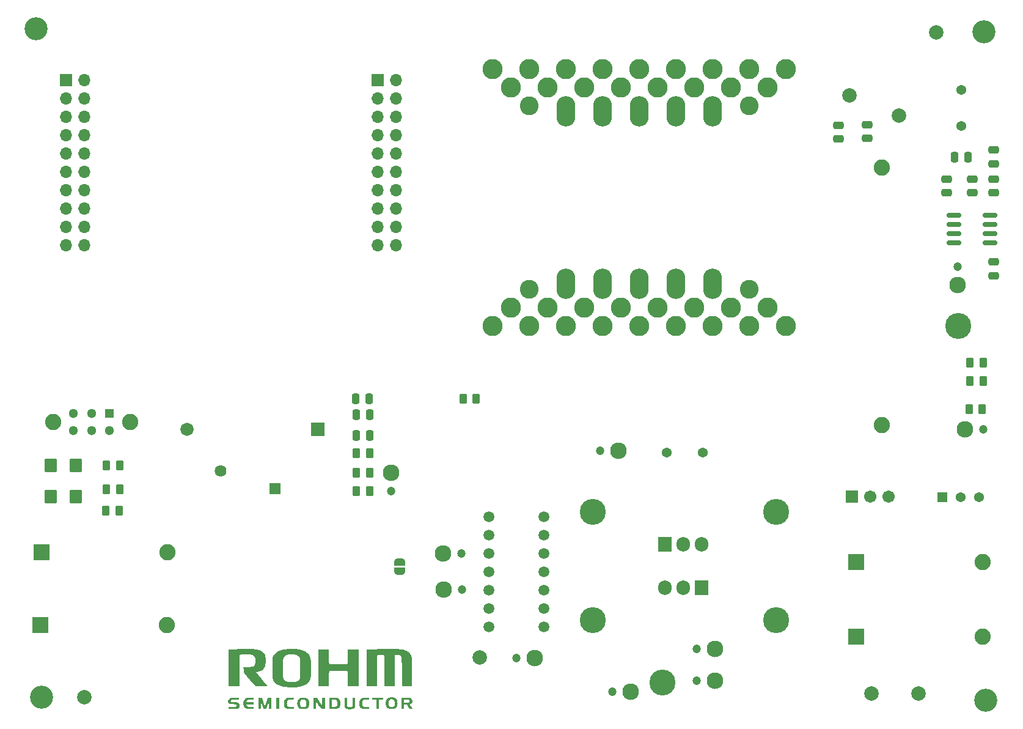
<source format=gts>
%TF.GenerationSoftware,KiCad,Pcbnew,8.0.5*%
%TF.CreationDate,2024-10-11T09:15:34-05:00*%
%TF.ProjectId,Lab2_starter,4c616232-5f73-4746-9172-7465722e6b69,1*%
%TF.SameCoordinates,Original*%
%TF.FileFunction,Soldermask,Top*%
%TF.FilePolarity,Negative*%
%FSLAX46Y46*%
G04 Gerber Fmt 4.6, Leading zero omitted, Abs format (unit mm)*
G04 Created by KiCad (PCBNEW 8.0.5) date 2024-10-11 09:15:34*
%MOMM*%
%LPD*%
G01*
G04 APERTURE LIST*
G04 Aperture macros list*
%AMRoundRect*
0 Rectangle with rounded corners*
0 $1 Rounding radius*
0 $2 $3 $4 $5 $6 $7 $8 $9 X,Y pos of 4 corners*
0 Add a 4 corners polygon primitive as box body*
4,1,4,$2,$3,$4,$5,$6,$7,$8,$9,$2,$3,0*
0 Add four circle primitives for the rounded corners*
1,1,$1+$1,$2,$3*
1,1,$1+$1,$4,$5*
1,1,$1+$1,$6,$7*
1,1,$1+$1,$8,$9*
0 Add four rect primitives between the rounded corners*
20,1,$1+$1,$2,$3,$4,$5,0*
20,1,$1+$1,$4,$5,$6,$7,0*
20,1,$1+$1,$6,$7,$8,$9,0*
20,1,$1+$1,$8,$9,$2,$3,0*%
%AMFreePoly0*
4,1,19,0.500000,-0.750000,0.000000,-0.750000,0.000000,-0.744911,-0.071157,-0.744911,-0.207708,-0.704816,-0.327430,-0.627875,-0.420627,-0.520320,-0.479746,-0.390866,-0.500000,-0.250000,-0.500000,0.250000,-0.479746,0.390866,-0.420627,0.520320,-0.327430,0.627875,-0.207708,0.704816,-0.071157,0.744911,0.000000,0.744911,0.000000,0.750000,0.500000,0.750000,0.500000,-0.750000,0.500000,-0.750000,
$1*%
%AMFreePoly1*
4,1,19,0.000000,0.744911,0.071157,0.744911,0.207708,0.704816,0.327430,0.627875,0.420627,0.520320,0.479746,0.390866,0.500000,0.250000,0.500000,-0.250000,0.479746,-0.390866,0.420627,-0.520320,0.327430,-0.627875,0.207708,-0.704816,0.071157,-0.744911,0.000000,-0.744911,0.000000,-0.750000,-0.500000,-0.750000,-0.500000,0.750000,0.000000,0.750000,0.000000,0.744911,0.000000,0.744911,
$1*%
G04 Aperture macros list end*
%ADD10C,0.000000*%
%ADD11C,2.000000*%
%ADD12C,2.300000*%
%ADD13C,1.200000*%
%ADD14RoundRect,0.250000X0.262500X0.450000X-0.262500X0.450000X-0.262500X-0.450000X0.262500X-0.450000X0*%
%ADD15RoundRect,0.250000X0.475000X-0.250000X0.475000X0.250000X-0.475000X0.250000X-0.475000X-0.250000X0*%
%ADD16C,3.600000*%
%ADD17C,2.800000*%
%ADD18C,2.600000*%
%ADD19O,2.600000X4.200000*%
%ADD20R,1.625600X1.625600*%
%ADD21C,1.625600*%
%ADD22C,3.200000*%
%ADD23RoundRect,0.102000X0.750000X0.800000X-0.750000X0.800000X-0.750000X-0.800000X0.750000X-0.800000X0*%
%ADD24C,2.250000*%
%ADD25RoundRect,0.250000X-0.475000X0.250000X-0.475000X-0.250000X0.475000X-0.250000X0.475000X0.250000X0*%
%ADD26RoundRect,0.250000X-0.262500X-0.450000X0.262500X-0.450000X0.262500X0.450000X-0.262500X0.450000X0*%
%ADD27R,1.828800X1.828800*%
%ADD28C,1.828800*%
%ADD29RoundRect,0.250000X-0.250000X-0.475000X0.250000X-0.475000X0.250000X0.475000X-0.250000X0.475000X0*%
%ADD30R,1.905000X2.000000*%
%ADD31O,1.905000X2.000000*%
%ADD32R,2.250000X2.250000*%
%ADD33FreePoly0,270.000000*%
%ADD34FreePoly1,270.000000*%
%ADD35RoundRect,0.250000X0.250000X0.475000X-0.250000X0.475000X-0.250000X-0.475000X0.250000X-0.475000X0*%
%ADD36RoundRect,0.102000X-0.754000X-0.754000X0.754000X-0.754000X0.754000X0.754000X-0.754000X0.754000X0*%
%ADD37C,1.712000*%
%ADD38RoundRect,0.150000X-0.825000X-0.150000X0.825000X-0.150000X0.825000X0.150000X-0.825000X0.150000X0*%
%ADD39R,1.700000X1.700000*%
%ADD40O,1.700000X1.700000*%
%ADD41C,1.371600*%
%ADD42R,1.371600X1.371600*%
%ADD43R,1.300000X1.300000*%
%ADD44C,1.300000*%
%ADD45C,1.507998*%
G04 APERTURE END LIST*
D10*
%TO.C,G\u002A\u002A\u002A*%
G36*
X56035945Y-135634302D02*
G01*
X56035945Y-136396462D01*
X55835376Y-136396462D01*
X55634808Y-136396462D01*
X55634808Y-135634302D01*
X55634808Y-134872141D01*
X55835376Y-134872141D01*
X56035945Y-134872141D01*
X56035945Y-135634302D01*
G37*
G36*
X70396652Y-135008528D02*
G01*
X70396652Y-135144915D01*
X70115856Y-135144915D01*
X69835060Y-135144915D01*
X69835060Y-135778711D01*
X69835060Y-136412508D01*
X69658746Y-136412508D01*
X69482432Y-136412508D01*
X69478235Y-135782723D01*
X69474037Y-135152937D01*
X69197252Y-135148547D01*
X68920468Y-135144157D01*
X68920468Y-135008149D01*
X68920468Y-134872141D01*
X69658560Y-134872141D01*
X70396652Y-134872141D01*
X70396652Y-135008528D01*
G37*
G36*
X60988514Y-134875745D02*
G01*
X61239757Y-134880164D01*
X61590220Y-135441024D01*
X61940683Y-136001884D01*
X61940683Y-135437013D01*
X61940683Y-134872141D01*
X62133228Y-134872141D01*
X62325774Y-134872141D01*
X62325774Y-135642732D01*
X62325774Y-136413323D01*
X62074403Y-136408904D01*
X61823031Y-136404485D01*
X61468686Y-135859232D01*
X61114340Y-135313978D01*
X61110118Y-135863243D01*
X61105896Y-136412508D01*
X60921584Y-136412508D01*
X60737271Y-136412508D01*
X60737271Y-135641917D01*
X60737271Y-134871327D01*
X60988514Y-134875745D01*
G37*
G36*
X54912761Y-135641937D02*
G01*
X54912761Y-136412508D01*
X54744491Y-136412508D01*
X54576222Y-136412508D01*
X54572002Y-135860339D01*
X54567783Y-135308170D01*
X54391728Y-135860780D01*
X54215674Y-136413390D01*
X54009157Y-136408937D01*
X53802640Y-136404485D01*
X53623620Y-135842979D01*
X53444599Y-135281473D01*
X53440383Y-135846990D01*
X53436166Y-136412508D01*
X53275916Y-136412508D01*
X53115667Y-136412508D01*
X53115667Y-135642325D01*
X53115667Y-134872141D01*
X53369608Y-134872141D01*
X53623548Y-134872141D01*
X53814245Y-135467698D01*
X53856418Y-135598274D01*
X53895741Y-135717860D01*
X53931134Y-135823329D01*
X53961516Y-135911557D01*
X53985806Y-135979418D01*
X54002924Y-136023786D01*
X54011787Y-136041537D01*
X54012638Y-136041324D01*
X54019065Y-136021479D01*
X54034001Y-135974555D01*
X54056330Y-135904086D01*
X54084934Y-135813606D01*
X54118697Y-135706647D01*
X54156501Y-135586745D01*
X54197229Y-135457433D01*
X54199639Y-135449779D01*
X54378943Y-134880164D01*
X54645852Y-134875765D01*
X54912761Y-134871366D01*
X54912761Y-135641937D01*
G37*
G36*
X66366186Y-134891697D02*
G01*
X66553759Y-134896210D01*
X66553759Y-135481870D01*
X66553759Y-136067530D01*
X66508991Y-136158694D01*
X66454467Y-136247372D01*
X66384806Y-136318000D01*
X66295283Y-136373951D01*
X66181169Y-136418598D01*
X66120568Y-136435892D01*
X66041834Y-136450819D01*
X65942002Y-136461633D01*
X65831860Y-136467856D01*
X65722193Y-136469007D01*
X65623791Y-136464609D01*
X65580122Y-136459896D01*
X65433043Y-136428226D01*
X65305494Y-136377627D01*
X65200279Y-136309675D01*
X65120199Y-136225944D01*
X65095297Y-136187444D01*
X65045484Y-136099621D01*
X65040750Y-135493904D01*
X65036017Y-134888187D01*
X65229285Y-134888187D01*
X65422553Y-134888187D01*
X65422553Y-135416643D01*
X65423094Y-135576703D01*
X65424682Y-135713537D01*
X65427262Y-135825319D01*
X65430781Y-135910224D01*
X65435184Y-135966425D01*
X65439582Y-135990269D01*
X65484875Y-136066731D01*
X65554657Y-136125510D01*
X65645690Y-136165077D01*
X65754736Y-136183907D01*
X65848875Y-136183317D01*
X65961308Y-136165139D01*
X66048503Y-136128991D01*
X66112426Y-136073930D01*
X66130948Y-136047972D01*
X66141053Y-136031061D01*
X66149204Y-136013897D01*
X66155646Y-135992962D01*
X66160626Y-135964736D01*
X66164389Y-135925704D01*
X66167182Y-135872346D01*
X66169251Y-135801145D01*
X66170840Y-135708583D01*
X66172197Y-135591142D01*
X66173567Y-135445304D01*
X66173640Y-135437244D01*
X66178613Y-134887185D01*
X66366186Y-134891697D01*
G37*
G36*
X58006173Y-135011175D02*
G01*
X58001517Y-135152937D01*
X57648516Y-135160960D01*
X57508499Y-135165072D01*
X57399018Y-135170336D01*
X57320511Y-135176720D01*
X57273416Y-135184194D01*
X57261613Y-135188427D01*
X57188143Y-135248897D01*
X57132427Y-135335283D01*
X57094908Y-135446478D01*
X57076029Y-135581378D01*
X57073718Y-135658370D01*
X57077858Y-135772782D01*
X57090795Y-135862938D01*
X57114053Y-135935838D01*
X57147060Y-135995438D01*
X57178877Y-136038023D01*
X57212413Y-136071349D01*
X57251961Y-136096531D01*
X57301812Y-136114686D01*
X57366257Y-136126928D01*
X57449586Y-136134373D01*
X57556093Y-136138137D01*
X57690067Y-136139335D01*
X57700664Y-136139352D01*
X58009539Y-136139735D01*
X58009539Y-136276121D01*
X58009539Y-136412508D01*
X57588345Y-136411435D01*
X57435520Y-136410355D01*
X57312968Y-136407924D01*
X57218899Y-136404062D01*
X57151520Y-136398689D01*
X57109041Y-136391727D01*
X57102969Y-136390010D01*
X56974117Y-136335330D01*
X56868089Y-136259891D01*
X56784531Y-136163053D01*
X56723092Y-136044178D01*
X56683419Y-135902625D01*
X56665161Y-135737756D01*
X56665412Y-135595955D01*
X56682791Y-135423503D01*
X56719622Y-135275938D01*
X56776558Y-135152139D01*
X56854250Y-135050986D01*
X56953353Y-134971357D01*
X57060272Y-134917611D01*
X57089640Y-134906714D01*
X57119182Y-134898158D01*
X57153307Y-134891585D01*
X57196423Y-134886640D01*
X57252939Y-134882965D01*
X57327263Y-134880205D01*
X57423802Y-134878003D01*
X57546966Y-134876003D01*
X57580967Y-134875513D01*
X58010828Y-134869412D01*
X58006173Y-135011175D01*
G37*
G36*
X68423058Y-135016551D02*
G01*
X68423058Y-135160960D01*
X68085587Y-135160960D01*
X67959645Y-135161500D01*
X67861310Y-135163635D01*
X67786109Y-135168140D01*
X67729569Y-135175789D01*
X67687216Y-135187355D01*
X67654578Y-135203612D01*
X67627182Y-135225335D01*
X67609533Y-135243331D01*
X67557463Y-135318133D01*
X67521619Y-135413303D01*
X67500892Y-135532345D01*
X67495829Y-135602391D01*
X67495178Y-135737471D01*
X67507348Y-135847315D01*
X67533250Y-135936484D01*
X67573795Y-136009543D01*
X67578371Y-136015718D01*
X67610032Y-136053062D01*
X67644495Y-136082095D01*
X67686138Y-136103841D01*
X67739341Y-136119323D01*
X67808482Y-136129563D01*
X67897941Y-136135585D01*
X68012097Y-136138412D01*
X68106160Y-136139032D01*
X68423058Y-136139735D01*
X68423058Y-136276121D01*
X68423058Y-136412508D01*
X68009887Y-136410896D01*
X67894457Y-136409910D01*
X67786659Y-136407984D01*
X67691588Y-136405288D01*
X67614340Y-136401991D01*
X67560011Y-136398264D01*
X67536480Y-136395088D01*
X67425621Y-136354328D01*
X67321911Y-136288908D01*
X67232890Y-136204988D01*
X67166101Y-136108726D01*
X67153119Y-136082009D01*
X67109615Y-135951781D01*
X67084224Y-135804647D01*
X67076774Y-135649072D01*
X67087091Y-135493522D01*
X67115003Y-135346461D01*
X67160337Y-135216355D01*
X67171272Y-135193524D01*
X67209965Y-135130498D01*
X67259309Y-135067605D01*
X67288519Y-135037381D01*
X67340569Y-134992591D01*
X67392167Y-134956573D01*
X67447532Y-134928403D01*
X67510886Y-134907156D01*
X67586449Y-134891907D01*
X67678442Y-134881734D01*
X67791087Y-134875710D01*
X67928603Y-134872913D01*
X68041978Y-134872379D01*
X68423058Y-134872141D01*
X68423058Y-135016551D01*
G37*
G36*
X63493083Y-134860154D02*
G01*
X63642628Y-134862091D01*
X63764086Y-134864316D01*
X63861462Y-134867370D01*
X63938757Y-134871795D01*
X63999975Y-134878131D01*
X64049120Y-134886919D01*
X64090196Y-134898701D01*
X64127204Y-134914018D01*
X64164150Y-134933411D01*
X64202811Y-134956088D01*
X64300165Y-135032944D01*
X64377481Y-135134785D01*
X64434698Y-135261483D01*
X64471755Y-135412908D01*
X64487480Y-135563287D01*
X64487369Y-135736590D01*
X64467386Y-135891321D01*
X64426558Y-136034844D01*
X64424441Y-136040554D01*
X64375297Y-136133088D01*
X64302421Y-136220590D01*
X64214016Y-136294886D01*
X64118285Y-136347799D01*
X64114727Y-136349233D01*
X64087080Y-136359793D01*
X64060415Y-136368259D01*
X64030831Y-136374910D01*
X63994431Y-136380025D01*
X63947314Y-136383883D01*
X63885582Y-136386763D01*
X63805333Y-136388944D01*
X63702671Y-136390705D01*
X63573694Y-136392325D01*
X63501106Y-136393136D01*
X62983639Y-136398822D01*
X62983639Y-136127591D01*
X63336640Y-136127591D01*
X63581333Y-136120323D01*
X63698725Y-136115393D01*
X63786951Y-136108297D01*
X63848884Y-136098733D01*
X63882935Y-136088463D01*
X63957085Y-136039236D01*
X64014269Y-135963544D01*
X64054018Y-135862450D01*
X64075862Y-135737016D01*
X64080239Y-135642325D01*
X64073164Y-135504319D01*
X64049926Y-135389518D01*
X64009347Y-135292747D01*
X63995307Y-135269105D01*
X63963354Y-135224504D01*
X63928397Y-135191037D01*
X63885253Y-135166982D01*
X63828739Y-135150621D01*
X63753673Y-135140234D01*
X63654871Y-135134100D01*
X63581333Y-135131727D01*
X63336640Y-135125440D01*
X63336640Y-135626516D01*
X63336640Y-136127591D01*
X62983639Y-136127591D01*
X62983639Y-135626516D01*
X62983639Y-135626440D01*
X62983639Y-134854058D01*
X63493083Y-134860154D01*
G37*
G36*
X52441757Y-135015419D02*
G01*
X52441757Y-135160960D01*
X52072071Y-135160960D01*
X51951604Y-135161191D01*
X51858709Y-135162097D01*
X51788870Y-135163998D01*
X51737572Y-135167213D01*
X51700297Y-135172063D01*
X51672530Y-135178866D01*
X51649755Y-135187943D01*
X51642855Y-135191344D01*
X51565169Y-135246296D01*
X51510330Y-135321336D01*
X51476578Y-135419074D01*
X51471492Y-135445768D01*
X51460161Y-135513961D01*
X51958982Y-135513961D01*
X52457802Y-135513961D01*
X52457802Y-135650347D01*
X52457802Y-135786734D01*
X51958982Y-135786734D01*
X51460161Y-135786734D01*
X51471135Y-135854927D01*
X51500637Y-135952986D01*
X51553190Y-136032388D01*
X51626069Y-136089167D01*
X51635244Y-136093877D01*
X51661422Y-136105903D01*
X51687705Y-136115151D01*
X51718787Y-136122072D01*
X51759364Y-136127119D01*
X51814128Y-136130746D01*
X51887774Y-136133405D01*
X51984996Y-136135548D01*
X52084745Y-136137225D01*
X52457802Y-136143119D01*
X52457802Y-136277814D01*
X52457802Y-136412508D01*
X52044631Y-136411232D01*
X51878517Y-136409746D01*
X51743647Y-136406388D01*
X51639226Y-136401123D01*
X51564459Y-136393916D01*
X51533611Y-136388669D01*
X51401776Y-136345876D01*
X51286416Y-136279913D01*
X51191258Y-136193790D01*
X51120027Y-136090517D01*
X51094860Y-136034225D01*
X51063428Y-135923106D01*
X51043098Y-135793169D01*
X51035030Y-135656110D01*
X51040382Y-135523624D01*
X51042397Y-135505010D01*
X51070901Y-135347993D01*
X51116866Y-135216387D01*
X51181438Y-135107971D01*
X51265763Y-135020520D01*
X51308662Y-134988621D01*
X51353852Y-134959510D01*
X51396458Y-134936192D01*
X51440767Y-134917964D01*
X51491068Y-134904123D01*
X51551648Y-134893968D01*
X51626796Y-134886796D01*
X51720798Y-134881904D01*
X51837944Y-134878591D01*
X51982521Y-134876155D01*
X51996494Y-134875961D01*
X52441757Y-134869877D01*
X52441757Y-135015419D01*
G37*
G36*
X73657198Y-134872347D02*
G01*
X73795194Y-134873276D01*
X73907912Y-134875401D01*
X73998760Y-134879193D01*
X74071143Y-134885123D01*
X74128468Y-134893663D01*
X74174141Y-134905284D01*
X74211568Y-134920456D01*
X74244156Y-134939651D01*
X74275311Y-134963342D01*
X74299463Y-134984058D01*
X74375289Y-135071409D01*
X74426459Y-135175523D01*
X74451563Y-135291041D01*
X74449193Y-135412603D01*
X74432686Y-135490827D01*
X74389261Y-135586349D01*
X74320844Y-135669486D01*
X74234046Y-135733431D01*
X74169339Y-135762002D01*
X74117853Y-135782927D01*
X74097348Y-135801074D01*
X74098338Y-135808122D01*
X74110446Y-135826538D01*
X74137715Y-135867288D01*
X74177298Y-135926140D01*
X74226351Y-135998866D01*
X74282026Y-136081236D01*
X74299031Y-136106363D01*
X74355375Y-136190201D01*
X74405038Y-136265258D01*
X74445365Y-136327425D01*
X74473702Y-136372596D01*
X74487394Y-136396661D01*
X74488251Y-136399193D01*
X74473200Y-136404147D01*
X74432019Y-136408264D01*
X74370665Y-136411166D01*
X74295098Y-136412472D01*
X74279702Y-136412508D01*
X74071154Y-136412508D01*
X73874554Y-136116092D01*
X73677954Y-135819677D01*
X73481397Y-135819251D01*
X73284839Y-135818825D01*
X73284839Y-136115666D01*
X73284839Y-136412508D01*
X73100316Y-136412508D01*
X72915793Y-136412508D01*
X72915793Y-135642325D01*
X72915793Y-135562097D01*
X73284839Y-135562097D01*
X73550507Y-135562097D01*
X73645542Y-135561031D01*
X73734679Y-135558088D01*
X73810619Y-135553651D01*
X73866061Y-135548103D01*
X73886143Y-135544479D01*
X73955940Y-135518399D01*
X74000797Y-135478726D01*
X74024521Y-135420205D01*
X74030954Y-135344555D01*
X74029169Y-135284972D01*
X74021703Y-135246404D01*
X74005390Y-135217871D01*
X73989356Y-135200319D01*
X73960959Y-135176687D01*
X73926216Y-135158795D01*
X73880543Y-135145897D01*
X73819356Y-135137245D01*
X73738072Y-135132090D01*
X73632107Y-135129687D01*
X73553601Y-135129252D01*
X73284839Y-135128869D01*
X73284839Y-135345483D01*
X73284839Y-135562097D01*
X72915793Y-135562097D01*
X72915793Y-135345483D01*
X72915793Y-134872141D01*
X73490518Y-134872141D01*
X73657198Y-134872347D01*
G37*
G36*
X59593441Y-134862002D02*
G01*
X59739626Y-134896612D01*
X59861901Y-134949572D01*
X59962073Y-135021801D01*
X60041944Y-135114220D01*
X60081755Y-135181463D01*
X60117209Y-135263427D01*
X60142510Y-135353792D01*
X60159354Y-135460408D01*
X60169184Y-135586165D01*
X60168585Y-135765123D01*
X60147806Y-135925378D01*
X60107399Y-136064837D01*
X60047918Y-136181404D01*
X59994055Y-136249494D01*
X59927018Y-136304398D01*
X59837897Y-136355175D01*
X59736688Y-136396855D01*
X59648136Y-136421520D01*
X59557619Y-136434898D01*
X59447803Y-136442258D01*
X59328708Y-136443739D01*
X59210356Y-136439477D01*
X59102766Y-136429611D01*
X59015961Y-136414278D01*
X59009926Y-136412744D01*
X58896804Y-136377396D01*
X58806976Y-136335261D01*
X58731723Y-136281796D01*
X58697245Y-136249803D01*
X58619658Y-136149798D01*
X58562106Y-136025409D01*
X58524881Y-135877548D01*
X58508269Y-135707127D01*
X58508124Y-135698179D01*
X58911376Y-135698179D01*
X58925196Y-135840140D01*
X58955126Y-135955701D01*
X59002503Y-136046947D01*
X59068661Y-136115965D01*
X59154936Y-136164841D01*
X59224463Y-136187310D01*
X59304387Y-136197182D01*
X59397225Y-136193452D01*
X59488541Y-136177677D01*
X59563899Y-136151416D01*
X59565804Y-136150461D01*
X59644746Y-136093957D01*
X59704485Y-136013883D01*
X59745284Y-135909532D01*
X59767407Y-135780199D01*
X59771117Y-135625176D01*
X59770234Y-135602516D01*
X59760911Y-135481836D01*
X59743921Y-135386438D01*
X59717201Y-135310007D01*
X59678686Y-135246230D01*
X59639132Y-135201206D01*
X59570943Y-135146837D01*
X59493042Y-135113428D01*
X59398937Y-135099026D01*
X59302825Y-135100177D01*
X59187830Y-135119134D01*
X59093431Y-135160412D01*
X59019127Y-135224778D01*
X58964416Y-135312998D01*
X58928797Y-135425837D01*
X58911768Y-135564062D01*
X58911376Y-135698179D01*
X58508124Y-135698179D01*
X58507349Y-135650347D01*
X58519280Y-135471874D01*
X58554528Y-135315427D01*
X58612971Y-135181114D01*
X58694489Y-135069042D01*
X58798961Y-134979316D01*
X58926265Y-134912044D01*
X59076282Y-134867331D01*
X59248889Y-134845285D01*
X59421542Y-134844821D01*
X59593441Y-134862002D01*
G37*
G36*
X71640177Y-134828365D02*
G01*
X71813604Y-134842624D01*
X71960789Y-134873333D01*
X72083724Y-134921687D01*
X72184402Y-134988879D01*
X72264814Y-135076106D01*
X72326951Y-135184561D01*
X72355259Y-135257233D01*
X72374740Y-135336310D01*
X72389268Y-135437601D01*
X72398348Y-135551540D01*
X72401483Y-135668562D01*
X72398176Y-135779100D01*
X72387932Y-135873588D01*
X72387405Y-135876701D01*
X72349198Y-136022300D01*
X72288390Y-136145178D01*
X72204626Y-136245698D01*
X72097553Y-136324225D01*
X71966817Y-136381125D01*
X71875623Y-136405301D01*
X71786479Y-136418367D01*
X71677471Y-136425536D01*
X71559017Y-136426923D01*
X71441534Y-136422640D01*
X71335440Y-136412802D01*
X71255086Y-136398513D01*
X71116598Y-136353351D01*
X71002043Y-136291111D01*
X70910336Y-136210168D01*
X70840390Y-136108897D01*
X70791122Y-135985672D01*
X70761446Y-135838870D01*
X70752145Y-135695628D01*
X71139047Y-135695628D01*
X71156306Y-135826841D01*
X71191385Y-135940515D01*
X71243107Y-136033285D01*
X71310293Y-136101781D01*
X71340605Y-136121284D01*
X71424690Y-136153989D01*
X71523463Y-136171195D01*
X71626735Y-136172886D01*
X71724317Y-136159045D01*
X71806020Y-136129654D01*
X71819276Y-136122084D01*
X71889901Y-136064529D01*
X71943401Y-135988189D01*
X71981338Y-135889763D01*
X72005274Y-135765951D01*
X72010450Y-135718038D01*
X72013510Y-135584880D01*
X71999355Y-135458282D01*
X71969579Y-135343608D01*
X71925781Y-135246221D01*
X71869557Y-135171486D01*
X71840249Y-135146399D01*
X71778231Y-135108888D01*
X71711929Y-135086143D01*
X71631768Y-135075786D01*
X71551802Y-135074812D01*
X71435754Y-135089785D01*
X71339065Y-135129824D01*
X71261497Y-135195206D01*
X71202808Y-135286211D01*
X71162758Y-135403116D01*
X71141106Y-135546200D01*
X71140788Y-135550245D01*
X71139047Y-135695628D01*
X70752145Y-135695628D01*
X70750277Y-135666864D01*
X70750127Y-135642325D01*
X70760182Y-135460376D01*
X70790743Y-135302560D01*
X70842403Y-135168334D01*
X70915754Y-135057156D01*
X71011390Y-134968483D01*
X71129903Y-134901774D01*
X71271888Y-134856484D01*
X71437936Y-134832074D01*
X71628641Y-134827999D01*
X71640177Y-134828365D01*
G37*
G36*
X50432685Y-135012539D02*
G01*
X50428048Y-135152937D01*
X49921042Y-135160960D01*
X49774352Y-135163315D01*
X49656400Y-135165684D01*
X49563841Y-135168723D01*
X49493329Y-135173089D01*
X49441519Y-135179437D01*
X49405063Y-135188424D01*
X49380618Y-135200706D01*
X49364835Y-135216938D01*
X49354371Y-135237777D01*
X49345879Y-135263878D01*
X49342761Y-135274351D01*
X49335323Y-135347452D01*
X49357765Y-135411477D01*
X49406772Y-135461031D01*
X49424036Y-135470439D01*
X49447596Y-135477840D01*
X49481650Y-135483606D01*
X49530395Y-135488108D01*
X49598029Y-135491719D01*
X49688751Y-135494808D01*
X49806757Y-135497750D01*
X49826343Y-135498185D01*
X49947376Y-135501031D01*
X50041076Y-135503891D01*
X50112198Y-135507237D01*
X50165495Y-135511545D01*
X50205724Y-135517288D01*
X50237637Y-135524940D01*
X50265990Y-135534976D01*
X50287282Y-135544128D01*
X50367118Y-135592048D01*
X50439110Y-135657239D01*
X50494450Y-135730686D01*
X50517839Y-135780061D01*
X50528908Y-135829053D01*
X50536310Y-135895092D01*
X50538394Y-135958194D01*
X50523207Y-136082256D01*
X50481153Y-136189269D01*
X50413096Y-136277979D01*
X50319905Y-136347130D01*
X50246935Y-136380743D01*
X50222655Y-136389132D01*
X50196868Y-136395907D01*
X50166004Y-136401236D01*
X50126488Y-136405293D01*
X50074750Y-136408249D01*
X50007217Y-136410273D01*
X49920317Y-136411539D01*
X49810478Y-136412218D01*
X49674127Y-136412479D01*
X49584555Y-136412508D01*
X49428345Y-136412309D01*
X49301438Y-136411643D01*
X49201049Y-136410409D01*
X49124391Y-136408503D01*
X49068679Y-136405823D01*
X49031127Y-136402266D01*
X49008949Y-136397731D01*
X48999359Y-136392113D01*
X48998743Y-136390949D01*
X48995309Y-136365106D01*
X48993977Y-136317120D01*
X48994994Y-136256885D01*
X48995235Y-136250551D01*
X49000000Y-136131712D01*
X49506177Y-136123689D01*
X49649344Y-136121253D01*
X49763945Y-136118817D01*
X49853504Y-136116151D01*
X49921546Y-136113025D01*
X49971595Y-136109207D01*
X50007175Y-136104467D01*
X50031810Y-136098573D01*
X50049025Y-136091295D01*
X50054939Y-136087739D01*
X50097023Y-136043023D01*
X50118212Y-135984109D01*
X50118796Y-135920303D01*
X50099063Y-135860909D01*
X50059303Y-135815233D01*
X50046221Y-135807024D01*
X50024721Y-135797755D01*
X49995491Y-135790374D01*
X49954316Y-135784513D01*
X49896977Y-135779805D01*
X49819259Y-135775883D01*
X49716945Y-135772379D01*
X49617752Y-135769711D01*
X49465947Y-135764940D01*
X49345727Y-135759002D01*
X49257232Y-135751907D01*
X49200600Y-135743664D01*
X49184523Y-135739208D01*
X49078424Y-135684314D01*
X48997004Y-135609161D01*
X48941052Y-135514914D01*
X48911356Y-135402741D01*
X48906470Y-135327994D01*
X48920816Y-135208543D01*
X48962998Y-135104064D01*
X49031501Y-135016547D01*
X49124811Y-134947984D01*
X49228679Y-134904151D01*
X49258876Y-134895491D01*
X49289992Y-134888539D01*
X49325830Y-134883111D01*
X49370194Y-134879021D01*
X49426886Y-134876084D01*
X49499709Y-134874113D01*
X49592467Y-134872923D01*
X49708964Y-134872329D01*
X49853001Y-134872145D01*
X49884817Y-134872141D01*
X50437321Y-134872141D01*
X50432685Y-135012539D01*
G37*
G36*
X71279264Y-128118905D02*
G01*
X71486353Y-128119951D01*
X71689758Y-128121818D01*
X71885967Y-128124473D01*
X72071469Y-128127882D01*
X72242754Y-128132014D01*
X72396311Y-128136834D01*
X72528627Y-128142311D01*
X72636193Y-128148411D01*
X72715497Y-128155101D01*
X72721083Y-128155726D01*
X72962204Y-128188132D01*
X73175383Y-128227251D01*
X73364287Y-128274258D01*
X73532584Y-128330331D01*
X73683943Y-128396646D01*
X73822031Y-128474380D01*
X73916941Y-128539290D01*
X74054636Y-128660513D01*
X74172768Y-128805687D01*
X74269526Y-128972033D01*
X74343100Y-129156770D01*
X74362739Y-129224131D01*
X74398977Y-129360518D01*
X74403985Y-131330101D01*
X74408992Y-133299684D01*
X73702506Y-133299684D01*
X72996021Y-133299684D01*
X72995889Y-131434397D01*
X72995722Y-131134046D01*
X72995271Y-130853864D01*
X72994546Y-130595018D01*
X72993556Y-130358675D01*
X72992311Y-130146004D01*
X72990820Y-129958171D01*
X72989093Y-129796344D01*
X72987140Y-129661691D01*
X72984969Y-129555380D01*
X72982591Y-129478578D01*
X72980016Y-129432453D01*
X72979449Y-129426757D01*
X72960155Y-129306544D01*
X72930542Y-129208054D01*
X72887723Y-129129218D01*
X72828812Y-129067965D01*
X72750923Y-129022228D01*
X72651169Y-128989935D01*
X72526665Y-128969018D01*
X72374525Y-128957406D01*
X72322110Y-128955398D01*
X72227249Y-128952652D01*
X72158869Y-128951662D01*
X72111383Y-128952949D01*
X72079204Y-128957033D01*
X72056747Y-128964437D01*
X72038424Y-128975679D01*
X72029339Y-128982685D01*
X71985272Y-129017777D01*
X71981202Y-131154719D01*
X71977132Y-133291661D01*
X71267462Y-133295839D01*
X70557791Y-133300017D01*
X70553438Y-131164409D01*
X70549084Y-129028801D01*
X70504065Y-128990080D01*
X70485754Y-128975463D01*
X70466620Y-128965121D01*
X70441110Y-128958360D01*
X70403672Y-128954486D01*
X70348755Y-128952805D01*
X70270806Y-128952623D01*
X70207223Y-128952966D01*
X70104219Y-128954279D01*
X69997174Y-128956758D01*
X69897136Y-128960078D01*
X69815155Y-128963916D01*
X69797529Y-128965000D01*
X69723198Y-128970691D01*
X69673799Y-128977204D01*
X69642190Y-128986369D01*
X69621229Y-129000017D01*
X69608995Y-129013306D01*
X69604604Y-129019453D01*
X69600654Y-129027575D01*
X69597120Y-129039309D01*
X69593980Y-129056294D01*
X69591211Y-129080169D01*
X69588789Y-129112572D01*
X69586691Y-129155140D01*
X69584894Y-129209512D01*
X69583374Y-129277327D01*
X69582109Y-129360223D01*
X69581075Y-129459838D01*
X69580249Y-129577810D01*
X69579607Y-129715777D01*
X69579127Y-129875379D01*
X69578785Y-130058253D01*
X69578558Y-130266037D01*
X69578422Y-130500370D01*
X69578355Y-130762889D01*
X69578334Y-131055235D01*
X69578333Y-131175435D01*
X69578333Y-133299684D01*
X68864309Y-133299684D01*
X68150285Y-133299684D01*
X68150285Y-130765867D01*
X68150285Y-128232049D01*
X68266614Y-128222215D01*
X68326066Y-128217874D01*
X68413671Y-128212427D01*
X68525519Y-128206061D01*
X68657699Y-128198964D01*
X68806300Y-128191322D01*
X68967412Y-128183324D01*
X69137122Y-128175156D01*
X69311521Y-128167007D01*
X69486696Y-128159063D01*
X69658738Y-128151511D01*
X69823735Y-128144540D01*
X69977777Y-128138336D01*
X70116952Y-128133087D01*
X70155970Y-128131701D01*
X70311435Y-128127133D01*
X70484282Y-128123583D01*
X70670999Y-128121018D01*
X70868076Y-128119405D01*
X71072001Y-128118712D01*
X71279264Y-128118905D01*
G37*
G36*
X62904317Y-129147915D02*
G01*
X62904566Y-129351729D01*
X62905012Y-129525946D01*
X62905853Y-129673062D01*
X62907288Y-129795573D01*
X62909517Y-129895972D01*
X62912737Y-129976755D01*
X62917147Y-130040418D01*
X62922946Y-130089455D01*
X62930332Y-130126360D01*
X62939505Y-130153630D01*
X62950662Y-130173759D01*
X62964003Y-130189241D01*
X62979725Y-130202573D01*
X62988830Y-130209426D01*
X62997928Y-130215821D01*
X63008258Y-130221348D01*
X63022087Y-130226070D01*
X63041681Y-130230052D01*
X63069308Y-130233355D01*
X63107235Y-130236044D01*
X63157728Y-130238181D01*
X63223054Y-130239830D01*
X63305480Y-130241054D01*
X63407274Y-130241916D01*
X63530701Y-130242480D01*
X63678030Y-130242810D01*
X63851526Y-130242967D01*
X64053457Y-130243016D01*
X64192241Y-130243020D01*
X64413418Y-130242984D01*
X64604760Y-130242841D01*
X64768522Y-130242536D01*
X64906959Y-130242014D01*
X65022327Y-130241221D01*
X65116881Y-130240103D01*
X65192878Y-130238605D01*
X65252571Y-130236672D01*
X65298218Y-130234250D01*
X65332072Y-130231285D01*
X65356390Y-130227721D01*
X65373428Y-130223505D01*
X65385440Y-130218582D01*
X65393091Y-130214000D01*
X65412192Y-130200857D01*
X65428502Y-130187695D01*
X65442240Y-130172017D01*
X65453629Y-130151327D01*
X65462887Y-130123129D01*
X65470236Y-130084925D01*
X65475896Y-130034219D01*
X65480086Y-129968515D01*
X65483029Y-129885316D01*
X65484944Y-129782126D01*
X65486052Y-129656448D01*
X65486572Y-129505785D01*
X65486727Y-129327641D01*
X65486734Y-129153513D01*
X65486734Y-128229311D01*
X66240872Y-128229311D01*
X66995010Y-128229311D01*
X66995010Y-130764498D01*
X66995010Y-133299684D01*
X66240872Y-133299684D01*
X65486734Y-133299684D01*
X65486734Y-132303278D01*
X65486739Y-132092115D01*
X65486611Y-131910652D01*
X65486137Y-131756499D01*
X65485105Y-131627266D01*
X65483303Y-131520562D01*
X65480517Y-131433997D01*
X65476536Y-131365180D01*
X65471146Y-131311721D01*
X65464134Y-131271229D01*
X65455289Y-131241315D01*
X65444398Y-131219587D01*
X65431247Y-131203655D01*
X65415625Y-131191129D01*
X65397318Y-131179618D01*
X65386191Y-131172953D01*
X65375265Y-131166905D01*
X65362384Y-131161688D01*
X65345238Y-131157240D01*
X65321519Y-131153500D01*
X65288918Y-131150407D01*
X65245124Y-131147900D01*
X65187829Y-131145917D01*
X65114724Y-131144396D01*
X65023498Y-131143278D01*
X64911844Y-131142500D01*
X64777451Y-131142001D01*
X64618011Y-131141720D01*
X64431214Y-131141596D01*
X64214751Y-131141567D01*
X64203096Y-131141567D01*
X63979613Y-131141548D01*
X63785955Y-131141604D01*
X63619857Y-131141904D01*
X63479053Y-131142615D01*
X63361279Y-131143905D01*
X63264268Y-131145943D01*
X63185756Y-131148898D01*
X63123477Y-131152937D01*
X63075164Y-131158228D01*
X63038554Y-131164940D01*
X63011381Y-131173241D01*
X62991378Y-131183299D01*
X62976281Y-131195282D01*
X62963824Y-131209359D01*
X62951742Y-131225699D01*
X62944968Y-131234993D01*
X62938161Y-131244805D01*
X62932330Y-131256082D01*
X62927387Y-131271268D01*
X62923245Y-131292803D01*
X62919816Y-131323130D01*
X62917011Y-131364691D01*
X62914742Y-131419928D01*
X62912922Y-131491282D01*
X62911463Y-131581196D01*
X62910277Y-131692111D01*
X62909275Y-131826470D01*
X62908369Y-131986715D01*
X62907473Y-132175287D01*
X62906960Y-132289983D01*
X62902486Y-133299684D01*
X62156834Y-133299684D01*
X61411182Y-133299684D01*
X61411182Y-130764498D01*
X61411182Y-128229311D01*
X62157297Y-128229311D01*
X62903412Y-128229311D01*
X62904317Y-129147915D01*
G37*
G36*
X51489489Y-128124864D02*
G01*
X51673452Y-128125678D01*
X51849262Y-128127246D01*
X52012925Y-128129565D01*
X52160449Y-128132635D01*
X52287840Y-128136455D01*
X52391107Y-128141024D01*
X52465825Y-128146298D01*
X52718534Y-128175317D01*
X52942478Y-128212169D01*
X53140216Y-128257704D01*
X53314304Y-128312771D01*
X53467302Y-128378220D01*
X53601765Y-128454901D01*
X53720252Y-128543664D01*
X53755079Y-128574636D01*
X53865163Y-128693763D01*
X53955135Y-128829921D01*
X54026850Y-128986681D01*
X54082165Y-129167616D01*
X54096908Y-129232154D01*
X54113663Y-129334404D01*
X54126554Y-129460162D01*
X54135282Y-129601047D01*
X54139548Y-129748676D01*
X54139053Y-129894664D01*
X54133497Y-130030629D01*
X54127910Y-130100848D01*
X54101129Y-130305411D01*
X54062037Y-130482593D01*
X54008499Y-130635448D01*
X53938380Y-130767029D01*
X53849546Y-130880389D01*
X53739861Y-130978583D01*
X53607191Y-131064664D01*
X53449400Y-131141686D01*
X53380417Y-131169996D01*
X53318347Y-131192283D01*
X53239718Y-131217466D01*
X53151348Y-131243701D01*
X53060052Y-131269141D01*
X52972647Y-131291941D01*
X52895947Y-131310256D01*
X52836769Y-131322241D01*
X52803889Y-131326090D01*
X52782958Y-131332699D01*
X52781386Y-131340508D01*
X52792393Y-131354738D01*
X52822615Y-131391492D01*
X52870450Y-131448874D01*
X52934297Y-131524984D01*
X53012556Y-131617923D01*
X53103624Y-131725794D01*
X53205901Y-131846697D01*
X53317785Y-131978735D01*
X53437675Y-132120008D01*
X53563969Y-132268619D01*
X53589009Y-132298058D01*
X53716797Y-132448341D01*
X53838840Y-132591981D01*
X53953496Y-132727038D01*
X54059123Y-132851573D01*
X54154079Y-132963648D01*
X54236724Y-133061324D01*
X54305414Y-133142660D01*
X54358509Y-133205718D01*
X54394367Y-133248560D01*
X54411346Y-133269245D01*
X54412250Y-133270437D01*
X54415768Y-133276787D01*
X54414834Y-133282142D01*
X54407004Y-133286581D01*
X54389833Y-133290186D01*
X54360875Y-133293039D01*
X54317686Y-133295220D01*
X54257820Y-133296811D01*
X54178833Y-133297893D01*
X54078280Y-133298548D01*
X53953716Y-133298856D01*
X53802696Y-133298898D01*
X53622775Y-133298757D01*
X53561839Y-133298690D01*
X52690462Y-133297696D01*
X51970423Y-132433422D01*
X51848716Y-132287150D01*
X51731699Y-132146157D01*
X51621213Y-132012686D01*
X51519102Y-131888979D01*
X51427209Y-131777279D01*
X51347376Y-131679828D01*
X51281446Y-131598870D01*
X51231262Y-131536646D01*
X51198666Y-131495399D01*
X51188046Y-131481272D01*
X51150649Y-131426195D01*
X51122234Y-131376412D01*
X51101428Y-131326031D01*
X51086859Y-131269158D01*
X51077156Y-131199901D01*
X51070949Y-131112366D01*
X51066864Y-131000662D01*
X51065702Y-130955596D01*
X51058482Y-130657308D01*
X51443067Y-130646249D01*
X51617175Y-130640459D01*
X51763535Y-130633711D01*
X51886487Y-130625589D01*
X51990370Y-130615681D01*
X52079522Y-130603575D01*
X52158283Y-130588857D01*
X52230329Y-130571294D01*
X52359280Y-130528188D01*
X52466077Y-130473620D01*
X52552298Y-130404958D01*
X52619521Y-130319567D01*
X52669324Y-130214817D01*
X52703285Y-130088073D01*
X52722983Y-129936703D01*
X52729995Y-129758076D01*
X52730060Y-129737587D01*
X52726855Y-129587422D01*
X52716177Y-129463813D01*
X52696522Y-129361785D01*
X52666383Y-129276362D01*
X52624256Y-129202569D01*
X52568635Y-129135432D01*
X52539036Y-129106284D01*
X52452157Y-129037850D01*
X52349879Y-128982078D01*
X52228774Y-128937866D01*
X52085411Y-128904113D01*
X51916363Y-128879717D01*
X51800743Y-128869079D01*
X51688281Y-128862870D01*
X51560573Y-128859786D01*
X51422866Y-128859598D01*
X51280408Y-128862079D01*
X51138445Y-128866999D01*
X51002227Y-128874131D01*
X50877000Y-128883247D01*
X50768011Y-128894118D01*
X50680508Y-128906517D01*
X50619739Y-128920214D01*
X50618942Y-128920465D01*
X50571888Y-128944017D01*
X50530692Y-128977182D01*
X50492230Y-129018120D01*
X50484208Y-131154891D01*
X50476185Y-133291661D01*
X49734081Y-133295833D01*
X48991978Y-133300005D01*
X48991978Y-130765813D01*
X48991978Y-128231621D01*
X49076216Y-128222443D01*
X49123025Y-128218119D01*
X49198480Y-128212135D01*
X49299191Y-128204720D01*
X49421770Y-128196106D01*
X49562827Y-128186524D01*
X49718972Y-128176205D01*
X49886818Y-128165380D01*
X50062973Y-128154281D01*
X50203412Y-128145614D01*
X50308857Y-128140359D01*
X50438093Y-128135866D01*
X50587125Y-128132135D01*
X50751961Y-128129165D01*
X50928609Y-128126953D01*
X51113075Y-128125501D01*
X51301366Y-128124804D01*
X51489489Y-128124864D01*
G37*
G36*
X57834145Y-128120068D02*
G01*
X57998423Y-128123132D01*
X58156999Y-128127824D01*
X58304075Y-128134048D01*
X58433855Y-128141710D01*
X58540544Y-128150716D01*
X58587177Y-128156195D01*
X58879197Y-128204482D01*
X59142988Y-128266992D01*
X59379317Y-128344197D01*
X59588950Y-128436569D01*
X59772654Y-128544581D01*
X59931195Y-128668705D01*
X60065339Y-128809412D01*
X60175854Y-128967174D01*
X60263506Y-129142464D01*
X60287106Y-129203033D01*
X60306214Y-129255808D01*
X60322856Y-129304043D01*
X60337202Y-129350280D01*
X60349422Y-129397064D01*
X60359686Y-129446937D01*
X60368166Y-129502444D01*
X60375031Y-129566127D01*
X60380452Y-129640531D01*
X60384600Y-129728198D01*
X60387645Y-129831673D01*
X60389757Y-129953498D01*
X60391107Y-130096217D01*
X60391866Y-130262375D01*
X60392204Y-130454513D01*
X60392291Y-130675176D01*
X60392294Y-130772521D01*
X60392234Y-130996100D01*
X60392019Y-131190031D01*
X60391595Y-131356757D01*
X60390911Y-131498723D01*
X60389912Y-131618369D01*
X60388547Y-131718141D01*
X60386761Y-131800480D01*
X60384501Y-131867830D01*
X60381716Y-131922633D01*
X60378351Y-131967334D01*
X60374353Y-132004375D01*
X60369671Y-132036199D01*
X60364249Y-132065250D01*
X60364235Y-132065322D01*
X60309736Y-132275632D01*
X60235563Y-132466100D01*
X60140763Y-132637398D01*
X60024387Y-132790203D01*
X59885481Y-132925187D01*
X59723096Y-133043026D01*
X59536278Y-133144393D01*
X59324078Y-133229963D01*
X59085543Y-133300410D01*
X58819722Y-133356408D01*
X58525664Y-133398632D01*
X58474858Y-133404269D01*
X58359434Y-133414219D01*
X58219476Y-133422495D01*
X58062507Y-133428953D01*
X57896047Y-133433452D01*
X57727618Y-133435850D01*
X57564742Y-133436004D01*
X57414939Y-133433773D01*
X57285731Y-133429013D01*
X57255940Y-133427313D01*
X56931856Y-133398741D01*
X56635755Y-133355166D01*
X56367198Y-133296490D01*
X56125747Y-133222617D01*
X55910966Y-133133447D01*
X55886331Y-133121399D01*
X55698266Y-133012703D01*
X55536064Y-132886144D01*
X55398532Y-132740254D01*
X55284476Y-132573564D01*
X55192705Y-132384607D01*
X55125422Y-132184386D01*
X55081239Y-132024068D01*
X55081327Y-130796589D01*
X56541378Y-130796589D01*
X56541417Y-131020607D01*
X56541573Y-131214909D01*
X56541901Y-131381866D01*
X56542456Y-131523853D01*
X56543293Y-131643242D01*
X56544469Y-131742408D01*
X56546037Y-131823724D01*
X56548055Y-131889564D01*
X56550577Y-131942300D01*
X56553658Y-131984307D01*
X56557355Y-132017957D01*
X56561722Y-132045625D01*
X56566814Y-132069684D01*
X56571535Y-132088250D01*
X56625739Y-132242158D01*
X56699754Y-132371264D01*
X56795060Y-132477109D01*
X56913140Y-132561230D01*
X57055475Y-132625169D01*
X57102969Y-132640598D01*
X57173263Y-132660313D01*
X57240302Y-132675482D01*
X57309577Y-132686573D01*
X57386580Y-132694056D01*
X57476802Y-132698397D01*
X57585735Y-132700066D01*
X57718871Y-132699531D01*
X57784903Y-132698739D01*
X57912544Y-132696613D01*
X58013546Y-132693849D01*
X58093360Y-132690031D01*
X58157438Y-132684745D01*
X58211230Y-132677576D01*
X58260187Y-132668108D01*
X58294302Y-132659941D01*
X58460214Y-132604843D01*
X58601611Y-132530512D01*
X58717825Y-132437606D01*
X58808192Y-132326780D01*
X58872043Y-132198692D01*
X58908528Y-132055217D01*
X58912306Y-132012079D01*
X58915439Y-131936978D01*
X58917928Y-131830034D01*
X58919770Y-131691367D01*
X58920965Y-131521099D01*
X58921512Y-131319350D01*
X58921409Y-131086241D01*
X58920656Y-130821892D01*
X58920281Y-130731465D01*
X58919219Y-130503421D01*
X58918158Y-130305175D01*
X58917037Y-130134435D01*
X58915797Y-129988906D01*
X58914380Y-129866296D01*
X58912727Y-129764313D01*
X58910777Y-129680663D01*
X58908473Y-129613053D01*
X58905755Y-129559190D01*
X58902564Y-129516782D01*
X58898841Y-129483535D01*
X58894526Y-129457157D01*
X58889561Y-129435354D01*
X58886596Y-129424700D01*
X58837240Y-129295757D01*
X58769855Y-129186442D01*
X58682743Y-129095765D01*
X58574205Y-129022738D01*
X58442543Y-128966369D01*
X58286061Y-128925671D01*
X58103059Y-128899652D01*
X57969426Y-128890160D01*
X57720081Y-128883859D01*
X57498879Y-128890692D01*
X57304412Y-128911280D01*
X57135272Y-128946242D01*
X56990050Y-128996199D01*
X56867340Y-129061771D01*
X56765733Y-129143577D01*
X56683821Y-129242238D01*
X56620198Y-129358374D01*
X56573454Y-129492604D01*
X56569773Y-129506580D01*
X56564362Y-129529754D01*
X56559680Y-129555700D01*
X56555674Y-129586780D01*
X56552292Y-129625355D01*
X56549483Y-129673786D01*
X56547195Y-129734436D01*
X56545375Y-129809665D01*
X56543972Y-129901836D01*
X56542933Y-130013310D01*
X56542207Y-130146448D01*
X56541742Y-130303612D01*
X56541485Y-130487164D01*
X56541385Y-130699464D01*
X56541378Y-130796589D01*
X55081327Y-130796589D01*
X55081329Y-130772521D01*
X55081420Y-129520973D01*
X55125533Y-129360518D01*
X55192583Y-129162657D01*
X55280243Y-128983587D01*
X55389360Y-128822788D01*
X55520780Y-128679743D01*
X55675350Y-128553933D01*
X55853917Y-128444838D01*
X56057327Y-128351941D01*
X56286427Y-128274723D01*
X56542064Y-128212664D01*
X56825084Y-128165247D01*
X57130085Y-128132461D01*
X57235932Y-128125973D01*
X57365057Y-128121584D01*
X57511666Y-128119200D01*
X57669961Y-128118726D01*
X57834145Y-128120068D01*
G37*
%TD*%
D11*
%TO.C,TP7*%
X29000000Y-134800000D03*
%TD*%
D12*
%TO.C,J15*%
X71500000Y-103730000D03*
D13*
X71500000Y-106270000D03*
%TD*%
D14*
%TO.C,R6*%
X153512500Y-91000000D03*
X151687500Y-91000000D03*
%TD*%
D15*
%TO.C,C2*%
X155000000Y-64950000D03*
X155000000Y-63050000D03*
%TD*%
D16*
%TO.C,J5*%
X109100000Y-132800000D03*
%TD*%
D17*
%TO.C,L1*%
X85540000Y-47858000D03*
X88080000Y-50398000D03*
X90620000Y-47858000D03*
D18*
X90620000Y-52938000D03*
D17*
X93160000Y-50398000D03*
X95700000Y-47858000D03*
D19*
X95700000Y-53700000D03*
D17*
X98240000Y-50398000D03*
X100780000Y-47858000D03*
D19*
X100780000Y-53700000D03*
D17*
X103320000Y-50398000D03*
X105860000Y-47858000D03*
D19*
X105860000Y-53700000D03*
D17*
X108400000Y-50398000D03*
X110940000Y-47858000D03*
D19*
X110940000Y-53700000D03*
D17*
X113480000Y-50398000D03*
X116020000Y-47858000D03*
D19*
X116020000Y-53700000D03*
D17*
X118560000Y-50398000D03*
X121100000Y-47858000D03*
D18*
X121100000Y-52938000D03*
D17*
X123640000Y-50398000D03*
X126180000Y-47858000D03*
X85540000Y-83418000D03*
X88080000Y-80878000D03*
D18*
X90620000Y-78338000D03*
D17*
X90620000Y-83418000D03*
X93160000Y-80878000D03*
D19*
X95700000Y-77576000D03*
D17*
X95700000Y-83418000D03*
X98240000Y-80878000D03*
D19*
X100780000Y-77576000D03*
D17*
X100780000Y-83418000D03*
X103320000Y-80878000D03*
D19*
X105860000Y-77576000D03*
D17*
X105860000Y-83418000D03*
X108400000Y-80878000D03*
D19*
X110940000Y-77576000D03*
D17*
X110940000Y-83418000D03*
X113480000Y-80878000D03*
D19*
X116020000Y-77576000D03*
D17*
X116020000Y-83418000D03*
X118560000Y-80878000D03*
D18*
X121100000Y-78338000D03*
D17*
X121100000Y-83418000D03*
X123640000Y-80878000D03*
X126180000Y-83418000D03*
%TD*%
D12*
%TO.C,J8*%
X104700000Y-134000000D03*
D13*
X102160000Y-134000000D03*
%TD*%
D20*
%TO.C,RV1*%
X55388000Y-105950000D03*
D21*
X47888000Y-103450000D03*
%TD*%
D11*
%TO.C,TP5*%
X141900000Y-54300000D03*
%TD*%
D22*
%TO.C,H2*%
X153900000Y-135200000D03*
%TD*%
D23*
%TO.C,D3*%
X27850000Y-107000000D03*
X24350000Y-107000000D03*
%TD*%
D24*
%TO.C,F1*%
X139500000Y-61500000D03*
X139500000Y-97100000D03*
%TD*%
D25*
%TO.C,C1*%
X155000000Y-74550000D03*
X155000000Y-76450000D03*
%TD*%
D12*
%TO.C,J7*%
X78830000Y-119900000D03*
D13*
X81370000Y-119900000D03*
%TD*%
D26*
%TO.C,R8*%
X66687500Y-101000000D03*
X68512500Y-101000000D03*
%TD*%
D12*
%TO.C,J13*%
X116400000Y-128100000D03*
D13*
X113860000Y-128100000D03*
%TD*%
D15*
%TO.C,C10*%
X148500000Y-64950000D03*
X148500000Y-63050000D03*
%TD*%
D27*
%TO.C,D1*%
X61331200Y-97700000D03*
D28*
X43271800Y-97700000D03*
%TD*%
D26*
%TO.C,R7*%
X81487500Y-93500000D03*
X83312500Y-93500000D03*
%TD*%
D29*
%TO.C,C14*%
X66650000Y-95700000D03*
X68550000Y-95700000D03*
%TD*%
D30*
%TO.C,Q1*%
X109483250Y-113650000D03*
D31*
X112023250Y-113650000D03*
X114563250Y-113650000D03*
%TD*%
D32*
%TO.C,J3*%
X23050000Y-114700000D03*
D24*
X40550000Y-114700000D03*
%TD*%
D15*
%TO.C,C7*%
X133500000Y-57500000D03*
X133500000Y-55600000D03*
%TD*%
D32*
%TO.C,J4*%
X22950000Y-124800000D03*
D24*
X40450000Y-124800000D03*
%TD*%
D32*
%TO.C,J1*%
X135950000Y-116100000D03*
D24*
X153450000Y-116100000D03*
%TD*%
D12*
%TO.C,J11*%
X78730000Y-114900000D03*
D13*
X81270000Y-114900000D03*
%TD*%
D33*
%TO.C,JP1*%
X72700000Y-116100000D03*
D34*
X72700000Y-117400000D03*
%TD*%
D29*
%TO.C,C8*%
X66600000Y-93500000D03*
X68500000Y-93500000D03*
%TD*%
D30*
%TO.C,Q2*%
X114483250Y-119650000D03*
D31*
X111943250Y-119650000D03*
X109403250Y-119650000D03*
%TD*%
D26*
%TO.C,R10*%
X32087500Y-106000000D03*
X33912500Y-106000000D03*
%TD*%
D22*
%TO.C,H4*%
X153600000Y-42700000D03*
%TD*%
D26*
%TO.C,R5*%
X151687500Y-88500000D03*
X153512500Y-88500000D03*
%TD*%
D15*
%TO.C,C13*%
X137500000Y-57450000D03*
X137500000Y-55550000D03*
%TD*%
D11*
%TO.C,TP2*%
X138100000Y-134300000D03*
%TD*%
D23*
%TO.C,D4*%
X27850000Y-102700000D03*
X24350000Y-102700000D03*
%TD*%
D16*
%TO.C,J6*%
X150100000Y-83400000D03*
%TD*%
D35*
%TO.C,C20*%
X151450000Y-60000000D03*
X149550000Y-60000000D03*
%TD*%
D22*
%TO.C,H1*%
X22300000Y-42300000D03*
%TD*%
D12*
%TO.C,J16*%
X150000000Y-77770000D03*
D13*
X150000000Y-75230000D03*
%TD*%
D29*
%TO.C,C11*%
X66650000Y-98600000D03*
X68550000Y-98600000D03*
%TD*%
D12*
%TO.C,J14*%
X151030000Y-97700000D03*
D13*
X153570000Y-97700000D03*
%TD*%
D12*
%TO.C,J10*%
X116370000Y-132500000D03*
D13*
X113830000Y-132500000D03*
%TD*%
D22*
%TO.C,H3*%
X23100000Y-134800000D03*
%TD*%
D26*
%TO.C,R12*%
X32000000Y-109000000D03*
X33825000Y-109000000D03*
%TD*%
%TO.C,R11*%
X32087500Y-102700000D03*
X33912500Y-102700000D03*
%TD*%
D36*
%TO.C,PS1*%
X135360000Y-107050000D03*
D37*
X137900000Y-107050000D03*
X140440000Y-107050000D03*
%TD*%
D11*
%TO.C,TP13*%
X147000000Y-42800000D03*
%TD*%
%TO.C,TP3*%
X83800000Y-129300000D03*
%TD*%
D12*
%TO.C,J12*%
X91440000Y-129400000D03*
D13*
X88900000Y-129400000D03*
%TD*%
D15*
%TO.C,C21*%
X152000000Y-64950000D03*
X152000000Y-63050000D03*
%TD*%
D12*
%TO.C,J9*%
X103000000Y-100700000D03*
D13*
X100460000Y-100700000D03*
%TD*%
D38*
%TO.C,U2*%
X149525000Y-68095000D03*
X149525000Y-69365000D03*
X149525000Y-70635000D03*
X149525000Y-71905000D03*
X154475000Y-71905000D03*
X154475000Y-70635000D03*
X154475000Y-69365000D03*
X154475000Y-68095000D03*
%TD*%
D39*
%TO.C,U3*%
X26440000Y-49370000D03*
D40*
X26440000Y-51910000D03*
X26440000Y-54450000D03*
X26440000Y-56990000D03*
X26440000Y-59530000D03*
X26440000Y-62070000D03*
X26440000Y-64610000D03*
X26440000Y-67150000D03*
X26440000Y-69690000D03*
X26440000Y-72230000D03*
X72160000Y-72230000D03*
X72160000Y-69690000D03*
X72160000Y-67150000D03*
X72160000Y-64610000D03*
X72160000Y-62070000D03*
X72160000Y-59530000D03*
X72160000Y-56990000D03*
X72160000Y-54450000D03*
X72160000Y-51910000D03*
X72160000Y-49370000D03*
X28980000Y-49370000D03*
X28980000Y-51910000D03*
X28980000Y-54450000D03*
X28980000Y-56990000D03*
X28980000Y-59530000D03*
X28980000Y-62070000D03*
X28980000Y-64610000D03*
X28980000Y-67150000D03*
X28980000Y-69690000D03*
X28980000Y-72230000D03*
X69620000Y-72230000D03*
X69620000Y-69690000D03*
X69620000Y-67150000D03*
X69620000Y-64610000D03*
X69620000Y-62070000D03*
X69620000Y-59530000D03*
X69620000Y-56990000D03*
X69620000Y-54450000D03*
X69620000Y-51910000D03*
D39*
X69620000Y-49370000D03*
%TD*%
D41*
%TO.C,C16*%
X109700000Y-100900000D03*
X114700000Y-100900000D03*
%TD*%
D16*
%TO.C,HS1*%
X99483250Y-109150000D03*
X124819750Y-109146434D03*
%TD*%
D26*
%TO.C,R9*%
X151587500Y-94900000D03*
X153412500Y-94900000D03*
%TD*%
D14*
%TO.C,R2*%
X68512500Y-103700000D03*
X66687500Y-103700000D03*
%TD*%
D16*
%TO.C,HS2*%
X99483250Y-124150000D03*
X124819750Y-124146434D03*
%TD*%
D42*
%TO.C,PS2*%
X147860000Y-107149932D03*
D41*
X150400000Y-107149932D03*
X152940000Y-107149932D03*
%TD*%
D25*
%TO.C,C19*%
X155000000Y-59050000D03*
X155000000Y-60950000D03*
%TD*%
D11*
%TO.C,TP1*%
X135000000Y-51500000D03*
%TD*%
%TO.C,TP11*%
X144600000Y-134300000D03*
%TD*%
D32*
%TO.C,J2*%
X135950000Y-126400000D03*
D24*
X153450000Y-126400000D03*
%TD*%
D26*
%TO.C,R1*%
X66687500Y-106300000D03*
X68512500Y-106300000D03*
%TD*%
D24*
%TO.C,SW1*%
X35350000Y-96700000D03*
X24650000Y-96700000D03*
D43*
X32500000Y-95500000D03*
D44*
X30000000Y-95500000D03*
X27500000Y-95500000D03*
X27500000Y-97900000D03*
X30000000Y-97900000D03*
X32500000Y-97900000D03*
%TD*%
D41*
%TO.C,C6*%
X150500000Y-55700000D03*
X150500000Y-50700000D03*
%TD*%
D45*
%TO.C,U1*%
X92653250Y-109800000D03*
X92653250Y-112340000D03*
X92653250Y-114880000D03*
X92653250Y-117420000D03*
X92653250Y-119960000D03*
X92653250Y-122500000D03*
X92653250Y-125040000D03*
X85033250Y-109800000D03*
X85033250Y-112340000D03*
X85033250Y-114880000D03*
X85033250Y-117420000D03*
X85033250Y-119960000D03*
X85033250Y-122500000D03*
X85033250Y-125040000D03*
%TD*%
M02*

</source>
